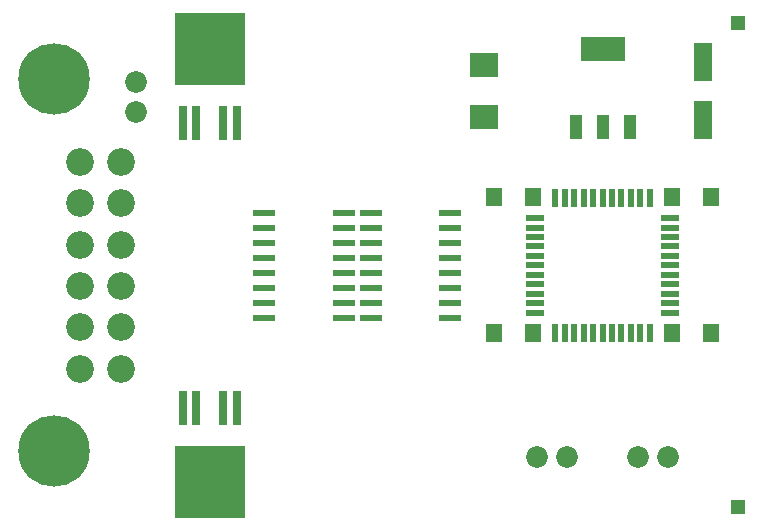
<source format=gts>
G04 (created by PCBNEW (2013-07-07 BZR 4022)-stable) date 10/14/2016 2:41:48 PM*
%MOIN*%
G04 Gerber Fmt 3.4, Leading zero omitted, Abs format*
%FSLAX34Y34*%
G01*
G70*
G90*
G04 APERTURE LIST*
%ADD10C,0.00590551*%
%ADD11R,0.0192913X0.0606299*%
%ADD12R,0.0606299X0.0192913*%
%ADD13C,0.0724409*%
%ADD14R,0.0488189X0.0488189*%
%ADD15R,0.145575X0.0815748*%
%ADD16R,0.0415748X0.0815748*%
%ADD17R,0.0724409X0.0215748*%
%ADD18R,0.0566929X0.0645669*%
%ADD19R,0.092126X0.084252*%
%ADD20C,0.092126*%
%ADD21C,0.237795*%
%ADD22R,0.0645748X0.127559*%
%ADD23R,0.0291339X0.111811*%
%ADD24R,0.237795X0.241732*%
G04 APERTURE END LIST*
G54D10*
G54D11*
X59350Y-36037D03*
X59035Y-36037D03*
X58720Y-36037D03*
X58405Y-36037D03*
X58090Y-36037D03*
X57775Y-36037D03*
X59665Y-36037D03*
X59980Y-36037D03*
X60295Y-36037D03*
X60610Y-36037D03*
X60925Y-36037D03*
X59350Y-40537D03*
X59035Y-40537D03*
X58720Y-40537D03*
X58405Y-40537D03*
X58090Y-40537D03*
X57775Y-40537D03*
X59665Y-40537D03*
X59980Y-40537D03*
X60295Y-40537D03*
X60610Y-40537D03*
X60925Y-40537D03*
G54D12*
X57100Y-38287D03*
X61600Y-38287D03*
X57100Y-38602D03*
X61600Y-38602D03*
X61600Y-38917D03*
X57100Y-38917D03*
X57100Y-39232D03*
X61600Y-39232D03*
X61600Y-39547D03*
X57100Y-39547D03*
X57100Y-39862D03*
X61600Y-39862D03*
X61600Y-37972D03*
X57100Y-37972D03*
X57100Y-37657D03*
X61600Y-37657D03*
X61600Y-37342D03*
X57100Y-37342D03*
X57100Y-37027D03*
X61600Y-37027D03*
X61600Y-36712D03*
X57100Y-36712D03*
G54D13*
X58177Y-44685D03*
X57177Y-44685D03*
X61523Y-44685D03*
X60523Y-44685D03*
X43799Y-32177D03*
X43799Y-33177D03*
G54D14*
X63877Y-30216D03*
X63877Y-46358D03*
G54D15*
X59350Y-31081D03*
G54D16*
X59350Y-33681D03*
X60250Y-33681D03*
X58450Y-33681D03*
G54D17*
X54281Y-36537D03*
X54281Y-37537D03*
X54281Y-38037D03*
X54281Y-38537D03*
X54281Y-39037D03*
X54281Y-39537D03*
X54281Y-40037D03*
X51624Y-40037D03*
X51624Y-39537D03*
X51624Y-39037D03*
X51624Y-38537D03*
X51624Y-38037D03*
X51624Y-37537D03*
X51624Y-37037D03*
X51624Y-36537D03*
X54281Y-37037D03*
X50738Y-36537D03*
X50738Y-37537D03*
X50738Y-38037D03*
X50738Y-38537D03*
X50738Y-39037D03*
X50738Y-39537D03*
X50738Y-40037D03*
X48080Y-40037D03*
X48080Y-39537D03*
X48080Y-39037D03*
X48080Y-38537D03*
X48080Y-38037D03*
X48080Y-37537D03*
X48080Y-37037D03*
X48080Y-36537D03*
X50738Y-37037D03*
G54D18*
X61653Y-36023D03*
X62953Y-36023D03*
X57047Y-40551D03*
X55747Y-40551D03*
X61653Y-40551D03*
X62953Y-40551D03*
X57047Y-36023D03*
X55747Y-36023D03*
G54D19*
X55413Y-31614D03*
X55413Y-33346D03*
G54D20*
X43307Y-34842D03*
X43307Y-36220D03*
X43307Y-37598D03*
X43307Y-38976D03*
X43307Y-40354D03*
X43307Y-41732D03*
X41929Y-34842D03*
X41929Y-36220D03*
X41929Y-37598D03*
X41929Y-38976D03*
X41929Y-40354D03*
X41929Y-41732D03*
G54D21*
X41062Y-32086D03*
X41062Y-44488D03*
G54D22*
X62696Y-33444D03*
X62696Y-31515D03*
G54D23*
X45362Y-33543D03*
G54D24*
X46259Y-31062D03*
G54D23*
X45811Y-33543D03*
X46708Y-33543D03*
X47157Y-33543D03*
X47157Y-43031D03*
G54D24*
X46259Y-45511D03*
G54D23*
X46708Y-43031D03*
X45811Y-43031D03*
X45362Y-43031D03*
M02*

</source>
